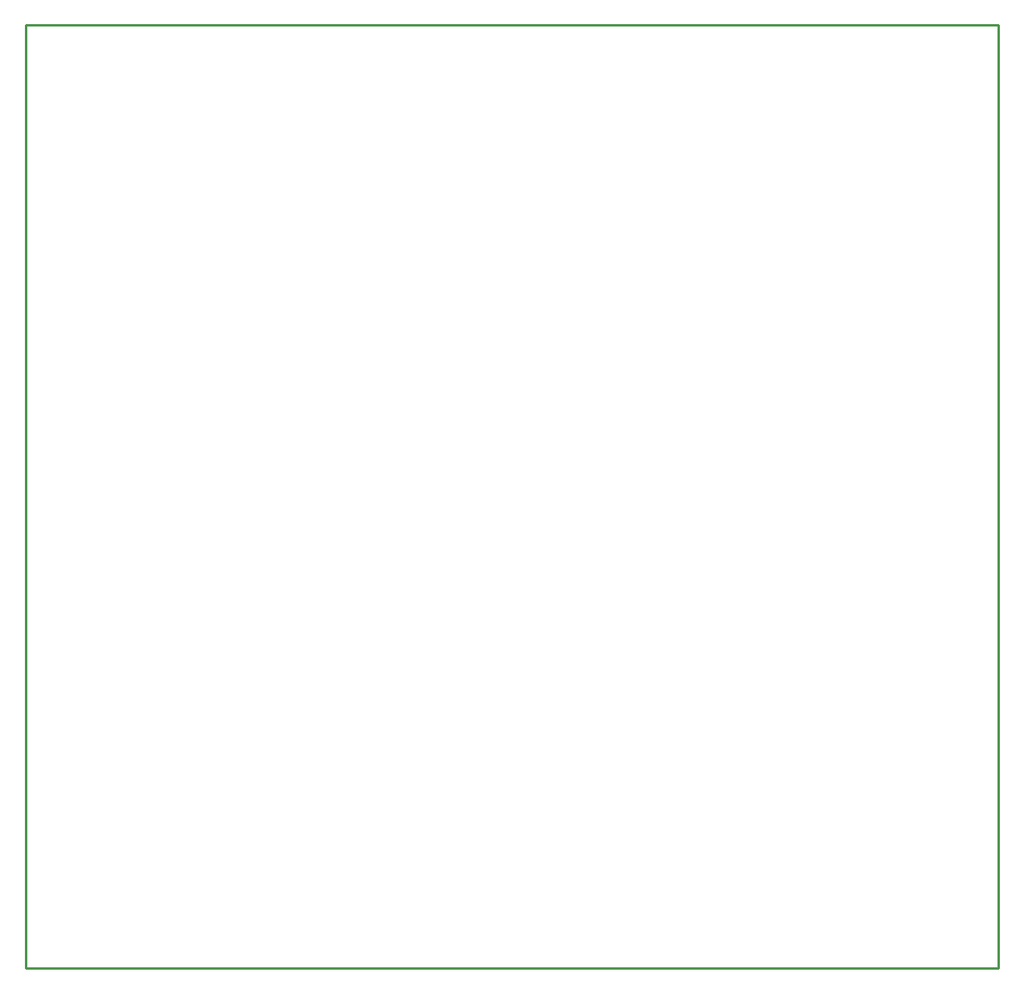
<source format=gko>
G04 Layer_Color=16711935*
%FSLAX25Y25*%
%MOIN*%
G70*
G01*
G75*
%ADD21C,0.01000*%
D21*
X0Y0D02*
X403500D01*
Y1925D01*
Y391500D01*
X0D02*
X403500D01*
X0Y0D02*
Y391500D01*
M02*

</source>
